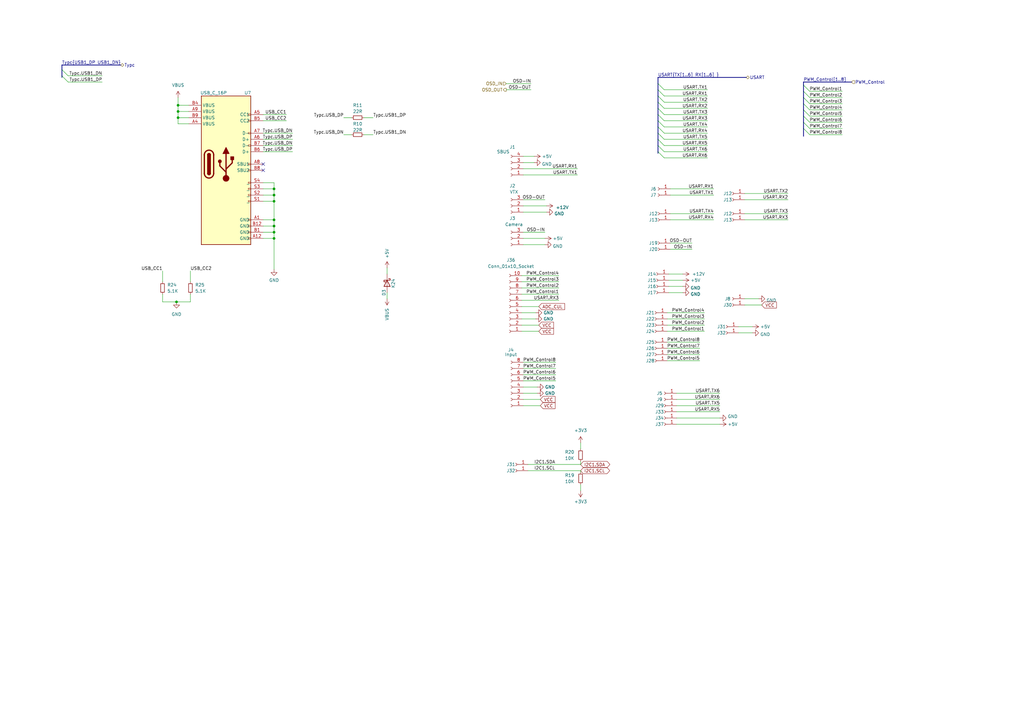
<source format=kicad_sch>
(kicad_sch (version 20230121) (generator eeschema)
  (paper "A3")
  (title_block (title "NewSkyF7-Air") (date "2023-12-01") (rev "1.0V"))
  (lib_symbols
    (symbol "Connector:Conn_01x01_Socket" (pin_names (offset 1.016) hide)
      (property "Reference" "J" (at 0 2.54 0))
      (property "Value" "Conn_01x01_Socket" (at 0 -2.54 0))
      (symbol "Conn_01x01_Socket_1_1"
        (polyline (pts (xy -1.27 0) (xy -0.508 0)) (stroke (width 0.1524)))
        (arc (start 0 0.508) (mid -0.5058 0) (end 0 -0.508) (stroke (width 0.1524)))
        (pin passive line (at -5.08 0 0) (length 3.81) (name "Pin_1") (number "1"))
      )
    )
    (symbol "Connector:Conn_01x03_Socket" (pin_names (offset 1.016) hide)
      (property "Reference" "J" (at 0 5.08 0))
      (property "Value" "Conn_01x03_Socket" (at 0 -5.08 0))
      (symbol "Conn_01x03_Socket_1_1"
        (arc (start 0 -2.032) (mid -0.5058 -2.54) (end 0 -3.048) (stroke (width 0.1524)))
        (polyline (pts (xy -1.27 -2.54) (xy -0.508 -2.54)) (stroke (width 0.1524)))
        (polyline (pts (xy -1.27 0) (xy -0.508 0)) (stroke (width 0.1524)))
        (polyline (pts (xy -1.27 2.54) (xy -0.508 2.54)) (stroke (width 0.1524)))
        (arc (start 0 0.508) (mid -0.5058 0) (end 0 -0.508) (stroke (width 0.1524)))
        (arc (start 0 3.048) (mid -0.5058 2.54) (end 0 2.032) (stroke (width 0.1524)))
        (pin passive line (at -5.08 2.54 0) (length 3.81) (name "Pin_1") (number "1"))
        (pin passive line (at -5.08 0 0) (length 3.81) (name "Pin_2") (number "2"))
        (pin passive line (at -5.08 -2.54 0) (length 3.81) (name "Pin_3") (number "3"))
      )
    )
    (symbol "Connector:Conn_01x04_Socket" (pin_names (offset 1.016) hide)
      (property "Reference" "J" (at 0 5.08 0))
      (property "Value" "Conn_01x04_Socket" (at 0 -7.62 0))
      (symbol "Conn_01x04_Socket_1_1"
        (arc (start 0 -4.572) (mid -0.5058 -5.08) (end 0 -5.588) (stroke (width 0.1524)))
        (arc (start 0 -2.032) (mid -0.5058 -2.54) (end 0 -3.048) (stroke (width 0.1524)))
        (polyline (pts (xy -1.27 -5.08) (xy -0.508 -5.08)) (stroke (width 0.1524)))
        (polyline (pts (xy -1.27 -2.54) (xy -0.508 -2.54)) (stroke (width 0.1524)))
        (polyline (pts (xy -1.27 0) (xy -0.508 0)) (stroke (width 0.1524)))
        (polyline (pts (xy -1.27 2.54) (xy -0.508 2.54)) (stroke (width 0.1524)))
        (arc (start 0 0.508) (mid -0.5058 0) (end 0 -0.508) (stroke (width 0.1524)))
        (arc (start 0 3.048) (mid -0.5058 2.54) (end 0 2.032) (stroke (width 0.1524)))
        (pin passive line (at -5.08 2.54 0) (length 3.81) (name "Pin_1") (number "1"))
        (pin passive line (at -5.08 0 0) (length 3.81) (name "Pin_2") (number "2"))
        (pin passive line (at -5.08 -2.54 0) (length 3.81) (name "Pin_3") (number "3"))
        (pin passive line (at -5.08 -5.08 0) (length 3.81) (name "Pin_4") (number "4"))
      )
    )
    (symbol "Connector:Conn_01x08_Socket" (pin_names (offset 1.016) hide)
      (property "Reference" "J" (at 0 10.16 0))
      (property "Value" "Conn_01x08_Socket" (at 0 -12.7 0))
      (symbol "Conn_01x08_Socket_1_1"
        (arc (start 0 -9.652) (mid -0.5058 -10.16) (end 0 -10.668) (stroke (width 0.1524)))
        (arc (start 0 -7.112) (mid -0.5058 -7.62) (end 0 -8.128) (stroke (width 0.1524)))
        (arc (start 0 -4.572) (mid -0.5058 -5.08) (end 0 -5.588) (stroke (width 0.1524)))
        (arc (start 0 -2.032) (mid -0.5058 -2.54) (end 0 -3.048) (stroke (width 0.1524)))
        (polyline (pts (xy -1.27 -10.16) (xy -0.508 -10.16)) (stroke (width 0.1524)))
        (polyline (pts (xy -1.27 -7.62) (xy -0.508 -7.62)) (stroke (width 0.1524)))
        (polyline (pts (xy -1.27 -5.08) (xy -0.508 -5.08)) (stroke (width 0.1524)))
        (polyline (pts (xy -1.27 -2.54) (xy -0.508 -2.54)) (stroke (width 0.1524)))
        (polyline (pts (xy -1.27 0) (xy -0.508 0)) (stroke (width 0.1524)))
        (polyline (pts (xy -1.27 2.54) (xy -0.508 2.54)) (stroke (width 0.1524)))
        (polyline (pts (xy -1.27 5.08) (xy -0.508 5.08)) (stroke (width 0.1524)))
        (polyline (pts (xy -1.27 7.62) (xy -0.508 7.62)) (stroke (width 0.1524)))
        (arc (start 0 0.508) (mid -0.5058 0) (end 0 -0.508) (stroke (width 0.1524)))
        (arc (start 0 3.048) (mid -0.5058 2.54) (end 0 2.032) (stroke (width 0.1524)))
        (arc (start 0 5.588) (mid -0.5058 5.08) (end 0 4.572) (stroke (width 0.1524)))
        (arc (start 0 8.128) (mid -0.5058 7.62) (end 0 7.112) (stroke (width 0.1524)))
        (pin passive line (at -5.08 7.62 0) (length 3.81) (name "Pin_1") (number "1"))
        (pin passive line (at -5.08 5.08 0) (length 3.81) (name "Pin_2") (number "2"))
        (pin passive line (at -5.08 2.54 0) (length 3.81) (name "Pin_3") (number "3"))
        (pin passive line (at -5.08 0 0) (length 3.81) (name "Pin_4") (number "4"))
        (pin passive line (at -5.08 -2.54 0) (length 3.81) (name "Pin_5") (number "5"))
        (pin passive line (at -5.08 -5.08 0) (length 3.81) (name "Pin_6") (number "6"))
        (pin passive line (at -5.08 -7.62 0) (length 3.81) (name "Pin_7") (number "7"))
        (pin passive line (at -5.08 -10.16 0) (length 3.81) (name "Pin_8") (number "8"))
      )
    )
    (symbol "Connector:Conn_01x10_Socket" (pin_names (offset 1.016) hide)
      (property "Reference" "J" (at 0 12.7 0))
      (property "Value" "Conn_01x10_Socket" (at 0 -15.24 0))
      (symbol "Conn_01x10_Socket_1_1"
        (arc (start 0 -12.192) (mid -0.5058 -12.7) (end 0 -13.208) (stroke (width 0.1524)))
        (arc (start 0 -9.652) (mid -0.5058 -10.16) (end 0 -10.668) (stroke (width 0.1524)))
        (arc (start 0 -7.112) (mid -0.5058 -7.62) (end 0 -8.128) (stroke (width 0.1524)))
        (arc (start 0 -4.572) (mid -0.5058 -5.08) (end 0 -5.588) (stroke (width 0.1524)))
        (arc (start 0 -2.032) (mid -0.5058 -2.54) (end 0 -3.048) (stroke (width 0.1524)))
        (polyline (pts (xy -1.27 -12.7) (xy -0.508 -12.7)) (stroke (width 0.1524)))
        (polyline (pts (xy -1.27 -10.16) (xy -0.508 -10.16)) (stroke (width 0.1524)))
        (polyline (pts (xy -1.27 -7.62) (xy -0.508 -7.62)) (stroke (width 0.1524)))
        (polyline (pts (xy -1.27 -5.08) (xy -0.508 -5.08)) (stroke (width 0.1524)))
        (polyline (pts (xy -1.27 -2.54) (xy -0.508 -2.54)) (stroke (width 0.1524)))
        (polyline (pts (xy -1.27 0) (xy -0.508 0)) (stroke (width 0.1524)))
        (polyline (pts (xy -1.27 2.54) (xy -0.508 2.54)) (stroke (width 0.1524)))
        (polyline (pts (xy -1.27 5.08) (xy -0.508 5.08)) (stroke (width 0.1524)))
        (polyline (pts (xy -1.27 7.62) (xy -0.508 7.62)) (stroke (width 0.1524)))
        (polyline (pts (xy -1.27 10.16) (xy -0.508 10.16)) (stroke (width 0.1524)))
        (arc (start 0 0.508) (mid -0.5058 0) (end 0 -0.508) (stroke (width 0.1524)))
        (arc (start 0 3.048) (mid -0.5058 2.54) (end 0 2.032) (stroke (width 0.1524)))
        (arc (start 0 5.588) (mid -0.5058 5.08) (end 0 4.572) (stroke (width 0.1524)))
        (arc (start 0 8.128) (mid -0.5058 7.62) (end 0 7.112) (stroke (width 0.1524)))
        (arc (start 0 10.668) (mid -0.5058 10.16) (end 0 9.652) (stroke (width 0.1524)))
        (pin passive line (at -5.08 10.16 0) (length 3.81) (name "Pin_1") (number "1"))
        (pin passive line (at -5.08 -12.7 0) (length 3.81) (name "Pin_10") (number "10"))
        (pin passive line (at -5.08 7.62 0) (length 3.81) (name "Pin_2") (number "2"))
        (pin passive line (at -5.08 5.08 0) (length 3.81) (name "Pin_3") (number "3"))
        (pin passive line (at -5.08 2.54 0) (length 3.81) (name "Pin_4") (number "4"))
        (pin passive line (at -5.08 0 0) (length 3.81) (name "Pin_5") (number "5"))
        (pin passive line (at -5.08 -2.54 0) (length 3.81) (name "Pin_6") (number "6"))
        (pin passive line (at -5.08 -5.08 0) (length 3.81) (name "Pin_7") (number "7"))
        (pin passive line (at -5.08 -7.62 0) (length 3.81) (name "Pin_8") (number "8"))
        (pin passive line (at -5.08 -10.16 0) (length 3.81) (name "Pin_9") (number "9"))
      )
    )
    (symbol "Device:R_Small" (pin_numbers hide) (pin_names (offset 0.254) hide)
      (property "Reference" "R" (at 0.762 0.508 0))
      (property "Value" "R_Small" (at 0.762 -1.016 0))
      (symbol "R_Small_0_1"
        (rectangle (start -0.762 1.778) (end 0.762 -1.778) (stroke (width 0.2032)))
      )
      (symbol "R_Small_1_1"
        (pin passive line (at 0 2.54 270) (length 0.762) (name "~") (number "1"))
        (pin passive line (at 0 -2.54 90) (length 0.762) (name "~") (number "2"))
      )
    )
    (symbol "Diode:1N5819WS" (pin_numbers hide) (pin_names (offset 1.016) hide)
      (property "Reference" "D" (at 0 2.54 0))
      (property "Value" "1N5819WS" (at 0 -2.54 0))
      (symbol "1N5819WS_0_1"
        (polyline (pts (xy 1.27 0) (xy -1.27 0)))
        (polyline (pts (xy 1.27 1.27) (xy 1.27 -1.27) (xy -1.27 0) (xy 1.27 1.27)) (stroke (width 0.254)))
        (polyline (pts (xy -1.905 0.635) (xy -1.905 1.27) (xy -1.27 1.27) (xy -1.27 -1.27) (xy -0.635 -1.27) (xy -0.635 -0.635)) (stroke (width 0.254)))
      )
      (symbol "1N5819WS_1_1"
        (pin passive line (at -3.81 0 0) (length 2.54) (name "K") (number "1"))
        (pin passive line (at 3.81 0 180) (length 2.54) (name "A") (number "2"))
      )
    )
    (symbol "PCM_4ms_Power-symbol:+12V" (power) (pin_names (offset 0))
      (property "Value" "+12V" (at 0 3.556 0))
      (symbol "+12V_0_1"
        (polyline (pts (xy -0.762 1.27) (xy 0 2.54)))
        (polyline (pts (xy 0 0) (xy 0 2.54)))
        (polyline (pts (xy 0 2.54) (xy 0.762 1.27)))
      )
      (symbol "+12V_1_1"
        (pin power_in line (at 0 0 90) (length 0) hide (name "+12V") (number "1"))
      )
    )
    (symbol "PCM_4ms_Power-symbol:+5V" (power) (pin_names (offset 0))
      (property "Value" "+5V" (at 0 3.556 0))
      (symbol "+5V_0_1"
        (polyline (pts (xy -0.762 1.27) (xy 0 2.54)))
        (polyline (pts (xy 0 0) (xy 0 2.54)))
        (polyline (pts (xy 0 2.54) (xy 0.762 1.27)))
      )
      (symbol "+5V_1_1"
        (pin power_in line (at 0 0 90) (length 0) hide (name "+5V") (number "1"))
      )
    )
    (symbol "PCM_4ms_Power-symbol:GND" (power) (pin_names (offset 0))
      (property "Value" "GND" (at 0 -3.81 0))
      (symbol "GND_0_1"
        (polyline (pts (xy 0 0) (xy 0 -1.27) (xy 1.27 -1.27) (xy 0 -2.54) (xy -1.27 -1.27) (xy 0 -1.27)))
      )
      (symbol "GND_1_1"
        (pin power_in line (at 0 0 270) (length 0) hide (name "GND") (number "1"))
      )
    )
    (symbol "Thorn_Library:USB_C_16P"
      (property "Reference" "U" (at -1.27 40.64 0))
      (property "Value" "USB_C_16P" (at -7.62 40.64 0))
      (symbol "USB_C_16P_0_0"
        (rectangle (start 13.97 -18.796) (end 12.954 -19.304))
        (rectangle (start 13.97 -16.256) (end 12.954 -16.764))
        (rectangle (start 13.97 -13.716) (end 12.954 -14.224))
        (rectangle (start 13.97 -11.176) (end 12.954 -11.684))
        (rectangle (start 13.97 -3.556) (end 12.954 -4.064))
        (rectangle (start 13.97 -1.016) (end 12.954 -1.524))
        (rectangle (start 13.97 1.524) (end 12.954 1.016))
        (rectangle (start 13.97 4.064) (end 12.954 3.556))
        (rectangle (start 13.97 9.144) (end 12.954 8.636))
        (rectangle (start 13.97 11.684) (end 12.954 11.176))
        (rectangle (start 13.97 19.304) (end 12.954 18.796))
        (rectangle (start 13.97 24.384) (end 12.954 23.876))
        (rectangle (start 13.97 29.464) (end 12.954 28.956))
        (rectangle (start 13.97 32.004) (end 12.954 31.496))
      )
      (symbol "USB_C_16P_0_1"
        (rectangle (start -6.35 39.37) (end 13.97 -21.59) (stroke (width 0.254)) (fill (type background)))
        (arc (start -5.08 7.62) (mid -3.175 5.7233) (end -1.27 7.62) (stroke (width 0.508)))
        (arc (start -3.81 7.62) (mid -3.175 6.9877) (end -2.54 7.62) (stroke (width 0.254)))
        (arc (start -3.81 7.62) (mid -3.175 6.9877) (end -2.54 7.62) (stroke (width 0.254)) (fill (type outline)))
        (rectangle (start -3.81 7.62) (end -2.54 15.24) (stroke (width 0.254)) (fill (type outline)))
        (arc (start -2.54 15.24) (mid -3.175 15.8723) (end -3.81 15.24) (stroke (width 0.254)))
        (arc (start -2.54 15.24) (mid -3.175 15.8723) (end -3.81 15.24) (stroke (width 0.254)) (fill (type outline)))
        (arc (start -1.27 15.24) (mid -3.175 17.1367) (end -5.08 15.24) (stroke (width 0.508)))
        (polyline (pts (xy -5.08 7.62) (xy -5.08 15.24)) (stroke (width 0.508)))
        (polyline (pts (xy -1.27 15.24) (xy -1.27 7.62)) (stroke (width 0.508)))
      )
      (symbol "USB_C_16P_1_1"
        (polyline (pts (xy 3.81 5.588) (xy 3.81 15.748)) (stroke (width 0.508)))
        (polyline (pts (xy 3.81 8.128) (xy 1.27 10.668) (xy 1.27 11.938)) (stroke (width 0.508)))
        (polyline (pts (xy 3.81 9.398) (xy 6.35 11.938) (xy 6.35 13.208)) (stroke (width 0.508)))
        (polyline (pts (xy 2.54 15.748) (xy 3.81 18.288) (xy 5.08 15.748) (xy 2.54 15.748)) (stroke (width 0.254)) (fill (type outline)))
        (circle (center 1.27 12.573) (radius 0.635) (stroke (width 0.254)) (fill (type outline)))
        (circle (center 3.81 5.588) (radius 1.27) (fill (type outline)))
        (rectangle (start 5.715 13.208) (end 6.985 14.478) (stroke (width 0.254)) (fill (type outline)))
        (pin passive line (at 19.05 -11.43 180) (length 5.08) (name "GND") (number "A1"))
        (pin passive line (at 19.05 -19.05 180) (length 5.08) (name "GND") (number "A12"))
        (pin passive line (at -11.43 27.94 0) (length 5.08) (name "VBUS") (number "A4"))
        (pin bidirectional line (at 19.05 31.75 180) (length 5.08) (name "CC1") (number "A5"))
        (pin bidirectional line (at 19.05 21.59 180) (length 5.08) (name "D+") (number "A6"))
        (pin bidirectional line (at 19.05 24.13 180) (length 5.08) (name "D-") (number "A7"))
        (pin bidirectional line (at 19.05 11.43 180) (length 5.08) (name "SBU1") (number "A8"))
        (pin passive line (at -11.43 33.02 0) (length 5.08) (name "VBUS") (number "A9"))
        (pin passive line (at 19.05 -16.51 180) (length 5.08) (name "GND") (number "B1"))
        (pin passive line (at 19.05 -13.97 180) (length 5.08) (name "GND") (number "B12"))
        (pin passive line (at -11.43 35.56 0) (length 5.08) (name "VBUS") (number "B4"))
        (pin bidirectional line (at 19.05 29.21 180) (length 5.08) (name "CC2") (number "B5"))
        (pin bidirectional line (at 19.05 16.51 180) (length 5.08) (name "D+") (number "B6"))
        (pin bidirectional line (at 19.05 19.05 180) (length 5.08) (name "D-") (number "B7"))
        (pin bidirectional line (at 19.05 8.89 180) (length 5.08) (name "SBU2") (number "B8"))
        (pin passive line (at -11.43 30.48 0) (length 5.08) (name "VBUS") (number "B9"))
        (pin passive line (at 19.05 -3.81 180) (length 5.08) (name "_") (number "S1"))
        (pin passive line (at 19.05 -1.27 180) (length 5.08) (name "_") (number "S2"))
        (pin passive line (at 19.05 1.27 180) (length 5.08) (name "_") (number "S3"))
        (pin passive line (at 19.05 3.81 180) (length 5.08) (name "_") (number "S4"))
      )
    )
    (symbol "power:+3V3" (power) (pin_names (offset 0))
      (property "Value" "+3V3" (at 0 3.556 0))
      (symbol "+3V3_0_1"
        (polyline (pts (xy -0.762 1.27) (xy 0 2.54)))
        (polyline (pts (xy 0 0) (xy 0 2.54)))
        (polyline (pts (xy 0 2.54) (xy 0.762 1.27)))
      )
      (symbol "+3V3_1_1"
        (pin power_in line (at 0 0 90) (length 0) hide (name "+3V3") (number "1"))
      )
    )
    (symbol "power:+5V" (power) (pin_names (offset 0))
      (property "Value" "+5V" (at 0 3.556 0))
      (symbol "+5V_0_1"
        (polyline (pts (xy -0.762 1.27) (xy 0 2.54)))
        (polyline (pts (xy 0 0) (xy 0 2.54)))
        (polyline (pts (xy 0 2.54) (xy 0.762 1.27)))
      )
      (symbol "+5V_1_1"
        (pin power_in line (at 0 0 90) (length 0) hide (name "+5V") (number "1"))
      )
    )
    (symbol "power:GND" (power) (pin_names (offset 0))
      (property "Value" "GND" (at 0 -3.81 0))
      (symbol "GND_0_1"
        (polyline (pts (xy 0 0) (xy 0 -1.27) (xy 1.27 -1.27) (xy 0 -2.54) (xy -1.27 -1.27) (xy 0 -1.27)))
      )
      (symbol "GND_1_1"
        (pin power_in line (at 0 0 270) (length 0) hide (name "GND") (number "1"))
      )
    )
    (symbol "power:VBUS" (power) (pin_names (offset 0))
      (property "Value" "VBUS" (at 0 3.81 0))
      (symbol "VBUS_0_1"
        (polyline (pts (xy -0.762 1.27) (xy 0 2.54)))
        (polyline (pts (xy 0 0) (xy 0 2.54)))
        (polyline (pts (xy 0 2.54) (xy 0.762 1.27)))
      )
      (symbol "VBUS_1_1"
        (pin power_in line (at 0 0 90) (length 0) hide (name "VBUS") (number "1"))
      )
    )
  )
  (junction (at 72.39 123.825))
  (junction (at 112.395 95.25))
  (junction (at 112.395 82.55))
  (junction (at 112.395 97.79))
  (junction (at 112.395 92.71))
  (junction (at 73.025 48.26))
  (junction (at 73.025 43.18))
  (junction (at 112.395 80.01))
  (junction (at 112.395 77.47))
  (junction (at 112.395 90.17))
  (junction (at 73.025 45.72))
  (no_connect (at 107.95 67.31))
  (no_connect (at 107.95 69.85))
  (bus_entry (at 269.875 46.99) (size 2.54 2.54))
  (bus_entry (at 269.875 62.23) (size 2.54 2.54))
  (bus_entry (at 269.875 44.45) (size 2.54 2.54))
  (bus_entry (at 329.565 50.165) (size 2.54 2.54))
  (bus_entry (at 25.4 31.115) (size 2.54 2.54))
  (bus_entry (at 329.565 37.465) (size 2.54 2.54))
  (bus_entry (at 269.875 49.53) (size 2.54 2.54))
  (bus_entry (at 329.565 52.705) (size 2.54 2.54))
  (bus_entry (at 269.875 41.91) (size 2.54 2.54))
  (bus_entry (at 329.565 34.925) (size 2.54 2.54))
  (bus_entry (at 269.875 34.29) (size 2.54 2.54))
  (bus_entry (at 329.565 47.625) (size 2.54 2.54))
  (bus_entry (at 269.875 54.61) (size 2.54 2.54))
  (bus_entry (at 329.565 40.005) (size 2.54 2.54))
  (bus_entry (at 269.875 52.07) (size 2.54 2.54))
  (bus_entry (at 329.565 45.085) (size 2.54 2.54))
  (bus_entry (at 329.565 42.545) (size 2.54 2.54))
  (bus_entry (at 269.875 36.83) (size 2.54 2.54))
  (bus_entry (at 269.875 39.37) (size 2.54 2.54))
  (bus_entry (at 269.875 57.15) (size 2.54 2.54))
  (bus_entry (at 269.875 59.69) (size 2.54 2.54))
  (bus_entry (at 25.4 28.575) (size 2.54 2.54))
  (bus (pts (xy 25.4 28.575) (xy 25.4 31.115)))
  (bus (pts (xy 329.565 50.165) (xy 329.565 52.705)))
  (wire (pts (xy 213.995 133.35) (xy 220.98 133.35)))
  (wire (pts (xy 238.125 181.61) (xy 238.125 184.15)))
  (wire (pts (xy 27.94 33.655) (xy 41.91 33.655)))
  (wire (pts (xy 223.52 95.25) (xy 214.63 95.25)))
  (wire (pts (xy 112.395 82.55) (xy 112.395 90.17)))
  (wire (pts (xy 272.415 62.23) (xy 290.195 62.23)))
  (wire (pts (xy 273.685 130.81) (xy 288.925 130.81)))
  (wire (pts (xy 77.47 45.72) (xy 73.025 45.72)))
  (bus (pts (xy 25.4 26.67) (xy 25.4 28.575)))
  (wire (pts (xy 238.125 193.04) (xy 238.125 193.675)))
  (wire (pts (xy 332.105 50.165) (xy 345.44 50.165)))
  (wire (pts (xy 73.025 40.005) (xy 73.025 43.18)))
  (bus (pts (xy 269.875 46.99) (xy 269.875 49.53)))
  (wire (pts (xy 272.415 57.15) (xy 290.195 57.15)))
  (wire (pts (xy 107.95 82.55) (xy 112.395 82.55)))
  (wire (pts (xy 219.075 66.675) (xy 214.63 66.675)))
  (wire (pts (xy 287.02 145.415) (xy 273.685 145.415)))
  (bus (pts (xy 329.565 33.655) (xy 349.25 33.655)))
  (wire (pts (xy 277.495 166.37) (xy 295.275 166.37)))
  (wire (pts (xy 302.895 133.985) (xy 308.61 133.985)))
  (wire (pts (xy 213.995 113.03) (xy 229.235 113.03)))
  (wire (pts (xy 295.275 171.45) (xy 277.495 171.45)))
  (wire (pts (xy 107.95 80.01) (xy 112.395 80.01)))
  (bus (pts (xy 329.565 42.545) (xy 329.565 45.085)))
  (wire (pts (xy 140.97 55.245) (xy 144.145 55.245)))
  (wire (pts (xy 219.71 130.81) (xy 213.995 130.81)))
  (wire (pts (xy 272.415 36.83) (xy 290.195 36.83)))
  (bus (pts (xy 329.565 40.005) (xy 329.565 42.545)))
  (wire (pts (xy 308.61 136.525) (xy 302.895 136.525)))
  (wire (pts (xy 273.685 135.89) (xy 288.925 135.89)))
  (wire (pts (xy 207.645 34.29) (xy 217.805 34.29)))
  (wire (pts (xy 272.415 52.07) (xy 290.195 52.07)))
  (wire (pts (xy 274.955 77.47) (xy 292.735 77.47)))
  (wire (pts (xy 112.395 92.71) (xy 112.395 95.25)))
  (wire (pts (xy 332.105 52.705) (xy 345.44 52.705)))
  (wire (pts (xy 214.63 71.755) (xy 236.855 71.755)))
  (wire (pts (xy 274.955 80.01) (xy 292.735 80.01)))
  (wire (pts (xy 219.71 128.27) (xy 213.995 128.27)))
  (wire (pts (xy 107.95 74.93) (xy 112.395 74.93)))
  (wire (pts (xy 107.95 46.99) (xy 117.475 46.99)))
  (wire (pts (xy 305.435 79.375) (xy 323.215 79.375)))
  (wire (pts (xy 66.675 120.65) (xy 66.675 123.825)))
  (wire (pts (xy 78.105 120.65) (xy 78.105 123.825)))
  (wire (pts (xy 214.63 84.455) (xy 224.155 84.455)))
  (wire (pts (xy 332.105 55.245) (xy 345.44 55.245)))
  (wire (pts (xy 272.415 59.69) (xy 290.195 59.69)))
  (wire (pts (xy 305.435 87.63) (xy 323.215 87.63)))
  (wire (pts (xy 72.39 123.825) (xy 78.105 123.825)))
  (bus (pts (xy 269.875 36.83) (xy 269.875 39.37)))
  (wire (pts (xy 277.495 168.91) (xy 295.275 168.91)))
  (wire (pts (xy 223.52 81.915) (xy 214.63 81.915)))
  (wire (pts (xy 287.02 142.875) (xy 273.685 142.875)))
  (wire (pts (xy 272.415 39.37) (xy 290.195 39.37)))
  (wire (pts (xy 107.95 49.53) (xy 117.475 49.53)))
  (wire (pts (xy 214.63 69.215) (xy 236.855 69.215)))
  (wire (pts (xy 107.95 90.17) (xy 112.395 90.17)))
  (wire (pts (xy 140.97 48.26) (xy 144.145 48.26)))
  (wire (pts (xy 274.955 90.17) (xy 292.735 90.17)))
  (wire (pts (xy 216.535 193.04) (xy 238.125 193.04)))
  (bus (pts (xy 269.875 54.61) (xy 269.875 57.15)))
  (wire (pts (xy 107.95 57.15) (xy 120.015 57.15)))
  (wire (pts (xy 273.685 133.35) (xy 288.925 133.35)))
  (wire (pts (xy 220.345 161.29) (xy 214.63 161.29)))
  (wire (pts (xy 214.63 97.79) (xy 223.52 97.79)))
  (wire (pts (xy 153.035 55.245) (xy 149.225 55.245)))
  (wire (pts (xy 213.995 120.65) (xy 229.235 120.65)))
  (wire (pts (xy 238.125 198.755) (xy 238.125 201.295)))
  (wire (pts (xy 272.415 44.45) (xy 290.195 44.45)))
  (wire (pts (xy 77.47 43.18) (xy 73.025 43.18)))
  (wire (pts (xy 277.495 161.29) (xy 295.275 161.29)))
  (wire (pts (xy 73.025 48.26) (xy 77.47 48.26)))
  (wire (pts (xy 107.95 54.61) (xy 120.015 54.61)))
  (wire (pts (xy 223.52 100.33) (xy 214.63 100.33)))
  (bus (pts (xy 269.875 41.91) (xy 269.875 44.45)))
  (wire (pts (xy 158.75 109.855) (xy 158.75 112.395)))
  (wire (pts (xy 227.965 156.21) (xy 214.63 156.21)))
  (bus (pts (xy 269.875 57.15) (xy 269.875 59.69)))
  (wire (pts (xy 229.235 123.19) (xy 213.995 123.19)))
  (wire (pts (xy 227.965 148.59) (xy 214.63 148.59)))
  (wire (pts (xy 287.02 140.335) (xy 273.685 140.335)))
  (bus (pts (xy 25.4 26.67) (xy 49.53 26.67)))
  (wire (pts (xy 112.395 90.17) (xy 112.395 92.71)))
  (wire (pts (xy 332.105 37.465) (xy 345.44 37.465)))
  (wire (pts (xy 272.415 49.53) (xy 290.195 49.53)))
  (bus (pts (xy 269.875 49.53) (xy 269.875 52.07)))
  (wire (pts (xy 107.95 62.23) (xy 120.015 62.23)))
  (bus (pts (xy 329.565 33.655) (xy 329.565 34.925)))
  (bus (pts (xy 269.875 34.29) (xy 269.875 36.83)))
  (wire (pts (xy 332.105 45.085) (xy 345.44 45.085)))
  (wire (pts (xy 214.63 64.135) (xy 219.075 64.135)))
  (wire (pts (xy 213.995 118.11) (xy 229.235 118.11)))
  (bus (pts (xy 269.875 39.37) (xy 269.875 41.91)))
  (wire (pts (xy 305.435 81.915) (xy 323.215 81.915)))
  (bus (pts (xy 269.875 52.07) (xy 269.875 54.61)))
  (wire (pts (xy 272.415 64.77) (xy 290.195 64.77)))
  (wire (pts (xy 283.845 102.235) (xy 274.955 102.235)))
  (bus (pts (xy 329.565 47.625) (xy 329.565 50.165)))
  (bus (pts (xy 25.4 31.115) (xy 25.4 31.75)))
  (bus (pts (xy 269.875 62.23) (xy 269.875 62.865)))
  (wire (pts (xy 73.025 48.26) (xy 73.025 50.8)))
  (wire (pts (xy 66.675 123.825) (xy 72.39 123.825)))
  (wire (pts (xy 277.495 163.83) (xy 295.275 163.83)))
  (wire (pts (xy 216.535 190.5) (xy 238.125 190.5)))
  (wire (pts (xy 27.94 31.115) (xy 41.91 31.115)))
  (wire (pts (xy 311.15 122.555) (xy 305.435 122.555)))
  (wire (pts (xy 272.415 46.99) (xy 290.195 46.99)))
  (wire (pts (xy 66.675 111.125) (xy 66.675 115.57)))
  (bus (pts (xy 269.875 44.45) (xy 269.875 46.99)))
  (wire (pts (xy 220.98 125.73) (xy 213.995 125.73)))
  (wire (pts (xy 238.125 190.5) (xy 238.125 189.23)))
  (wire (pts (xy 272.415 41.91) (xy 290.195 41.91)))
  (wire (pts (xy 107.95 59.69) (xy 120.015 59.69)))
  (wire (pts (xy 287.02 147.955) (xy 273.685 147.955)))
  (wire (pts (xy 283.845 99.695) (xy 274.955 99.695)))
  (wire (pts (xy 273.685 128.27) (xy 288.925 128.27)))
  (wire (pts (xy 220.345 158.75) (xy 214.63 158.75)))
  (wire (pts (xy 227.965 151.13) (xy 214.63 151.13)))
  (wire (pts (xy 214.63 166.37) (xy 221.615 166.37)))
  (bus (pts (xy 269.875 31.75) (xy 269.875 34.29)))
  (wire (pts (xy 305.435 125.095) (xy 312.42 125.095)))
  (bus (pts (xy 269.875 59.69) (xy 269.875 62.23)))
  (wire (pts (xy 107.95 77.47) (xy 112.395 77.47)))
  (wire (pts (xy 213.995 115.57) (xy 229.235 115.57)))
  (wire (pts (xy 213.995 135.89) (xy 220.98 135.89)))
  (wire (pts (xy 224.155 86.995) (xy 214.63 86.995)))
  (bus (pts (xy 329.565 52.705) (xy 329.565 55.88)))
  (wire (pts (xy 207.645 36.83) (xy 217.805 36.83)))
  (wire (pts (xy 227.965 153.67) (xy 214.63 153.67)))
  (wire (pts (xy 112.395 77.47) (xy 112.395 80.01)))
  (wire (pts (xy 158.75 120.015) (xy 158.75 122.555)))
  (wire (pts (xy 332.105 42.545) (xy 345.44 42.545)))
  (wire (pts (xy 332.105 40.005) (xy 345.44 40.005)))
  (wire (pts (xy 153.035 48.26) (xy 149.225 48.26)))
  (bus (pts (xy 329.565 45.085) (xy 329.565 47.625)))
  (wire (pts (xy 112.395 97.79) (xy 112.395 110.49)))
  (wire (pts (xy 78.105 111.125) (xy 78.105 115.57)))
  (bus (pts (xy 329.565 34.925) (xy 329.565 37.465)))
  (wire (pts (xy 73.025 45.72) (xy 73.025 48.26)))
  (wire (pts (xy 112.395 95.25) (xy 112.395 97.79)))
  (wire (pts (xy 73.025 43.18) (xy 73.025 45.72)))
  (wire (pts (xy 112.395 80.01) (xy 112.395 82.55)))
  (wire (pts (xy 305.435 90.17) (xy 323.215 90.17)))
  (bus (pts (xy 329.565 37.465) (xy 329.565 40.005)))
  (wire (pts (xy 277.495 173.99) (xy 295.275 173.99)))
  (wire (pts (xy 107.95 92.71) (xy 112.395 92.71)))
  (wire (pts (xy 107.95 97.79) (xy 112.395 97.79)))
  (wire (pts (xy 274.32 114.935) (xy 280.035 114.935)))
  (wire (pts (xy 332.105 47.625) (xy 345.44 47.625)))
  (wire (pts (xy 274.32 112.395) (xy 280.035 112.395)))
  (wire (pts (xy 107.95 95.25) (xy 112.395 95.25)))
  (wire (pts (xy 112.395 74.93) (xy 112.395 77.47)))
  (wire (pts (xy 214.63 163.83) (xy 221.615 163.83)))
  (wire (pts (xy 280.035 120.015) (xy 274.32 120.015)))
  (wire (pts (xy 280.035 117.475) (xy 274.32 117.475)))
  (wire (pts (xy 274.955 87.63) (xy 292.735 87.63)))
  (wire (pts (xy 77.47 50.8) (xy 73.025 50.8)))
  (bus (pts (xy 269.875 31.75) (xy 306.07 31.75)))
  (wire (pts (xy 272.415 54.61) (xy 290.195 54.61)))
  (label "USB_CC1" (at 66.675 111.125 180))
  (label "PWM_Control4" (at 229.235 113.03 180))
  (label "OSD-IN" (at 283.845 102.235 180))
  (label "PWM_Control8" (at 227.965 148.59 180))
  (label "USART.TX6" (at 290.195 62.23 180))
  (label "OSD-IN" (at 217.805 34.29 180))
  (label "PWM_Control2" (at 229.235 118.11 180))
  (label "OSD-IN" (at 223.52 95.25 180))
  (label "PWM_Control7" (at 227.965 151.13 180))
  (label "PWM_Control5" (at 345.44 47.625 180))
  (label "I2C1.SDA" (at 219.075 190.5 0))
  (label "PWM_Control6" (at 345.44 50.165 180))
  (label "USART.RX1" (at 236.855 69.215 180))
  (label "USART.RX3" (at 323.215 90.17 180))
  (label "USART.TX6" (at 295.275 161.29 180))
  (label "PWM_Control7" (at 287.02 142.875 180))
  (label "Typc.USB_DP" (at 140.97 48.26 180))
  (label "Typc.USB_DP" (at 120.015 62.23 180))
  (label "PWM_Control3" (at 229.235 115.57 180))
  (label "PWM_Control1" (at 345.44 37.465 180))
  (label "USART.RX6" (at 290.195 64.77 180))
  (label "USART.RX3" (at 290.195 49.53 180))
  (label "USART.RX5" (at 295.275 168.91 180))
  (label "Typc{USB1_DP USB1_DN}" (at 25.4 26.67 0))
  (label "USART.RX2" (at 290.195 44.45 180))
  (label "USB_CC2" (at 78.105 111.125 0))
  (label "OSD-OUT" (at 283.845 99.695 180))
  (label "Typc.USB1_DN" (at 153.035 55.245 0))
  (label "USART.TX3" (at 290.195 46.99 180))
  (label "USART.RX4" (at 292.735 90.17 180))
  (label "PWM_Control2" (at 345.44 40.005 180))
  (label "USART{TX[1..6] RX[1..6] }" (at 269.875 31.75 0))
  (label "PWM_Control4" (at 345.44 45.085 180))
  (label "OSD-OUT" (at 223.52 81.915 180))
  (label "USART.TX1" (at 290.195 36.83 180))
  (label "PWM_Control[1..8]" (at 329.565 33.655 0))
  (label "Typc.USB_DN" (at 120.015 54.61 180))
  (label "PWM_Control1" (at 229.235 120.65 180))
  (label "USART.RX1" (at 290.195 39.37 180))
  (label "USART.TX1" (at 236.855 71.755 180))
  (label "PWM_Control5" (at 287.02 147.955 180))
  (label "USART.TX5" (at 290.195 57.15 180))
  (label "Typc.USB1_DN" (at 41.91 31.115 180))
  (label "USART.TX3" (at 323.215 87.63 180))
  (label "PWM_Control6" (at 287.02 145.415 180))
  (label "Typc.USB1_DP" (at 41.91 33.655 180))
  (label "USART.TX2" (at 290.195 41.91 180))
  (label "USB_CC2" (at 117.475 49.53 180))
  (label "PWM_Control8" (at 287.02 140.335 180))
  (label "PWM_Control3" (at 288.925 130.81 180))
  (label "USART.TX4" (at 292.735 87.63 180))
  (label "PWM_Control4" (at 288.925 128.27 180))
  (label "OSD-OUT" (at 217.805 36.83 180))
  (label "USART.RX2" (at 323.215 81.915 180))
  (label "USART.RX4" (at 290.195 54.61 180))
  (label "PWM_Control5" (at 227.965 156.21 180))
  (label "USART.TX5" (at 295.275 166.37 180))
  (label "Typc.USB_DN" (at 120.015 59.69 180))
  (label "USART.TX2" (at 323.215 79.375 180))
  (label "USART.RX3" (at 229.235 123.19 180))
  (label "PWM_Control6" (at 227.965 153.67 180))
  (label "PWM_Control3" (at 345.44 42.545 180))
  (label "PWM_Control7" (at 345.44 52.705 180))
  (label "USB_CC1" (at 117.475 46.99 180))
  (label "Typc.USB_DN" (at 140.97 55.245 180))
  (label "I2C1.SCL" (at 219.075 193.04 0))
  (label "USART.TX1" (at 292.735 80.01 180))
  (label "USART.RX6" (at 295.275 163.83 180))
  (label "USART.RX5" (at 290.195 59.69 180))
  (label "Typc.USB1_DP" (at 153.035 48.26 0))
  (label "USART.TX4" (at 290.195 52.07 180))
  (label "PWM_Control1" (at 288.925 135.89 180))
  (label "PWM_Control8" (at 345.44 55.245 180))
  (label "USART.RX1" (at 292.735 77.47 180))
  (label "Typc.USB_DP" (at 120.015 57.15 180))
  (label "PWM_Control2" (at 288.925 133.35 180))
  (global_label "I2C1.SCL" (shape bidirectional) (at 238.125 193.04 0) (property "Intersheetrefs" "${INTERSHEET_REFS}" (effects hide)))
  (global_label "ADC_CUL" (shape input) (at 220.98 125.73 0) (property "Intersheetrefs" "${INTERSHEET_REFS}" (effects hide)))
  (global_label "I2C1.SDA" (shape bidirectional) (at 238.125 190.5 0) (property "Intersheetrefs" "${INTERSHEET_REFS}" (effects hide)))
  (global_label "VCC" (shape input) (at 221.615 166.37 0) (property "Intersheetrefs" "${INTERSHEET_REFS}" (effects hide)))
  (global_label "VCC" (shape input) (at 221.615 163.83 0) (property "Intersheetrefs" "${INTERSHEET_REFS}" (effects hide)))
  (global_label "VCC" (shape input) (at 312.42 125.095 0) (property "Intersheetrefs" "${INTERSHEET_REFS}" (effects hide)))
  (global_label "VCC" (shape input) (at 220.98 135.89 0) (property "Intersheetrefs" "${INTERSHEET_REFS}" (effects hide)))
  (global_label "VCC" (shape input) (at 220.98 133.35 0) (property "Intersheetrefs" "${INTERSHEET_REFS}" (effects hide)))
  (hierarchical_label "OSD_OUT" (shape output) (at 207.645 36.83 180))
  (hierarchical_label "USART" (shape bidirectional) (at 306.07 31.75 0))
  (hierarchical_label "OSD_IN" (shape input) (at 207.645 34.29 180))
  (hierarchical_label "Typc" (shape bidirectional) (at 49.53 26.67 0))
  (hierarchical_label "PWM_Control" (shape input) (at 349.25 33.655 0))
  (symbol (lib_id "Connector:Conn_01x03_Socket") (at 209.55 97.79 180) (unit 1)
    (property "Reference" "J3" (at 210.185 89.535 0))
    (property "Value" "Camera" (at 210.82 92.075 0))
    (property "Footprint" "Power_System:JST_SM03B-SRSS-TB(LF)(SN)" (effects hide))
  )
  (symbol (lib_id "Device:R_Small") (at 146.685 55.245 90) (unit 1)
    (property "Reference" "R10" (at 146.685 50.8 90))
    (property "Value" "22R" (at 146.685 53.34 90))
    (property "Footprint" "Resistor_SMD:R_0402_1005Metric" (effects hide))
    (instances (project "STM32F745" (path "" (reference "R10") (unit 1))) (project "STM32F446" (path "" (reference "R19") (unit 1))) (project "NewSkyF7-Air" (path "" (reference "R25") (unit 1))))
  )
  (symbol (lib_id "Connector:Conn_01x01_Socket") (at 268.605 133.35 180) (unit 1)
    (property "Reference" "J23" (at 266.7 133.35 0))
    (property "Value" "Conn_01x01_Socket" (effects hide))
    (property "Footprint" "Power_System:Test" (effects hide))
    (instances (project "STM32F745" (path "" (reference "J23") (unit 1))) (project "NewSkyF7-Air" (path "" (reference "J13") (unit 1))))
  )
  (symbol (lib_id "power:GND") (at 72.39 123.825 0) (unit 1)
    (property "Reference" "#PWR061" (effects hide))
    (property "Value" "GND" (at 72.39 128.905 0))
    (instances (project "STM32F745" (path "" (reference "#PWR061") (unit 1))) (project "STM32F446" (path "" (reference "#PWR0138") (unit 1))) (project "NewSkyF7-Air" (path "" (reference "#PWR041") (unit 1))))
  )
  (symbol (lib_id "Connector:Conn_01x01_Socket") (at 300.355 87.63 180) (unit 1)
    (property "Reference" "J12" (at 298.45 87.63 0))
    (property "Value" "Conn_01x01_Socket" (effects hide))
    (property "Footprint" "Power_System:Test" (effects hide))
    (instances (project "STM32F745" (path "" (reference "J12") (unit 1))) (project "NewSkyF7-Air" (path "" (reference "J37") (unit 1))))
  )
  (symbol (lib_id "PCM_4ms_Power-symbol:GND") (at 308.61 136.525 90) (unit 1)
    (property "Reference" "#PWR0113" (effects hide))
    (property "Value" "GND" (at 311.785 137.16 90) (effects (justify right)))
    (instances (project "STM32F745" (path "" (reference "#PWR0113") (unit 1))) (project "NewSkyF7-Air" (path "" (reference "#PWR065") (unit 1))))
  )
  (symbol (lib_id "Connector:Conn_01x04_Socket") (at 209.55 69.215 180) (unit 1)
    (property "Reference" "J1" (at 210.185 60.325 0))
    (property "Value" "SBUS" (at 206.375 62.23 0))
    (property "Footprint" "Power_System:JST_SM04B-SRSS-TB(LF)(SN)" (effects hide))
  )
  (symbol (lib_id "power:VBUS") (at 158.75 122.555 180) (unit 1)
    (property "Reference" "#PWR0112" (effects hide))
    (property "Value" "VBUS" (at 158.7501 126.365 90) (effects (justify left)))
    (instances (project "STM32F745" (path "" (reference "#PWR0112") (unit 1))) (project "STM32F446RC" (path "" (reference "#PWR0132") (unit 1))) (project "NewSkyF7-Air" (path "" (reference "#PWR047") (unit 1))))
  )
  (symbol (lib_id "Connector:Conn_01x01_Socket") (at 269.24 120.015 180) (unit 1)
    (property "Reference" "J17" (at 267.335 120.015 0))
    (property "Value" "Conn_01x01_Socket" (effects hide))
    (property "Footprint" "Power_System:Test" (effects hide))
    (instances (project "STM32F745" (path "" (reference "J17") (unit 1))) (project "NewSkyF7-Air" (path "" (reference "J22") (unit 1))))
  )
  (symbol (lib_id "Connector:Conn_01x01_Socket") (at 300.355 125.095 180) (unit 1)
    (property "Reference" "J30" (at 298.45 125.095 0))
    (property "Value" "Conn_01x01_Socket" (effects hide))
    (property "Footprint" "Power_System:Test" (effects hide))
    (instances (project "STM32F745" (path "" (reference "J30") (unit 1))) (project "NewSkyF7-Air" (path "" (reference "J34") (unit 1))))
  )
  (symbol (lib_id "Connector:Conn_01x01_Socket") (at 269.875 102.235 180) (unit 1)
    (property "Reference" "J20" (at 267.97 102.235 0))
    (property "Value" "Conn_01x01_Socket" (effects hide))
    (property "Footprint" "Power_System:Test" (effects hide))
    (instances (project "STM32F745" (path "" (reference "J20") (unit 1))) (project "NewSkyF7-Air" (path "" (reference "J28") (unit 1))))
  )
  (symbol (lib_id "Connector:Conn_01x01_Socket") (at 300.355 122.555 180) (unit 1)
    (property "Reference" "J8" (at 298.45 122.555 0))
    (property "Value" "Conn_01x01_Socket" (effects hide))
    (property "Footprint" "Power_System:Test" (effects hide))
    (instances (project "STM32F745" (path "" (reference "J8") (unit 1))) (project "NewSkyF7-Air" (path "" (reference "J33") (unit 1))))
  )
  (symbol (lib_id "PCM_4ms_Power-symbol:+12V") (at 224.155 84.455 270) (unit 1)
    (property "Reference" "#PWR030" (effects hide))
    (property "Value" "+12V" (at 227.965 85.09 90) (effects (justify left)))
    (instances (project "STM32F745" (path "" (reference "#PWR030") (unit 1))) (project "NewSkyF7-Air" (path "" (reference "#PWR040") (unit 1))))
  )
  (symbol (lib_id "Connector:Conn_01x01_Socket") (at 272.415 171.45 180) (unit 1)
    (property "Reference" "J34" (at 270.51 171.45 0))
    (property "Value" "Conn_01x01_Socket" (effects hide))
    (property "Footprint" "Power_System:Test" (effects hide))
    (instances (project "STM32F745" (path "" (reference "J34") (unit 1))) (project "NewSkyF7-Air" (path "" (reference "J9") (unit 1))))
  )
  (symbol (lib_id "Connector:Conn_01x01_Socket") (at 300.355 81.915 180) (unit 1)
    (property "Reference" "J13" (at 298.45 81.915 0))
    (property "Value" "Conn_01x01_Socket" (effects hide))
    (property "Footprint" "Power_System:Test" (effects hide))
    (instances (project "STM32F745" (path "" (reference "J13") (unit 1))) (project "NewSkyF7-Air" (path "" (reference "J40") (unit 1))))
  )
  (symbol (lib_id "Connector:Conn_01x01_Socket") (at 269.24 114.935 180) (unit 1)
    (property "Reference" "J15" (at 267.335 114.935 0))
    (property "Value" "Conn_01x01_Socket" (effects hide))
    (property "Footprint" "Power_System:Test" (effects hide))
    (instances (project "STM32F745" (path "" (reference "J15") (unit 1))) (project "NewSkyF7-Air" (path "" (reference "J20") (unit 1))))
  )
  (symbol (lib_id "PCM_4ms_Power-symbol:GND") (at 223.52 100.33 90) (unit 1)
    (property "Reference" "#PWR059" (effects hide))
    (property "Value" "GND" (at 226.695 100.965 90) (effects (justify right)))
    (instances (project "STM32F745" (path "" (reference "#PWR059") (unit 1))) (project "NewSkyF7-Air" (path "" (reference "#PWR042") (unit 1))))
  )
  (symbol (lib_id "power:+5V") (at 158.75 109.855 0) (unit 1)
    (property "Reference" "#PWR0111" (effects hide))
    (property "Value" "+5V" (at 158.7501 106.045 90) (effects (justify left)))
    (instances (project "STM32F745" (path "" (reference "#PWR0111") (unit 1))) (project "STM32F446RC" (path "" (reference "#PWR0131") (unit 1))) (project "NewSkyF7-Air" (path "" (reference "#PWR046") (unit 1))))
  )
  (symbol (lib_id "Connector:Conn_01x01_Socket") (at 269.875 80.01 180) (unit 1)
    (property "Reference" "J7" (at 267.97 80.01 0))
    (property "Value" "Conn_01x01_Socket" (effects hide))
    (property "Footprint" "Power_System:Test" (effects hide))
    (instances (project "STM32F745" (path "" (reference "J7") (unit 1))) (project "NewSkyF7-Air" (path "" (reference "J24") (unit 1))))
  )
  (symbol (lib_id "PCM_4ms_Power-symbol:GND") (at 311.15 122.555 90) (unit 1)
    (property "Reference" "#PWR013" (effects hide))
    (property "Value" "GND" (at 314.325 123.19 90) (effects (justify right)))
    (instances (project "STM32F745" (path "" (reference "#PWR013") (unit 1))) (project "NewSkyF7-Air" (path "" (reference "#PWR068") (unit 1))))
  )
  (symbol (lib_id "Device:R_Small") (at 238.125 196.215 0) (mirror y) (unit 1)
    (property "Reference" "R19" (at 235.585 194.945 0) (effects (justify left)))
    (property "Value" "10K" (at 235.585 197.485 0) (effects (justify left)))
    (property "Footprint" "Resistor_SMD:R_0402_1005Metric" (effects hide))
    (instances (project "STM32F745" (path "" (reference "R19") (unit 1))) (project "NewSkyF7-Air" (path "" (reference "R30") (unit 1)) (path "" (reference "R35") (unit 1)) (path "" (reference "R35") (unit 1))))
  )
  (symbol (lib_id "Connector:Conn_01x01_Socket") (at 300.355 90.17 180) (unit 1)
    (property "Reference" "J13" (at 298.45 90.17 0))
    (property "Value" "Conn_01x01_Socket" (effects hide))
    (property "Footprint" "Power_System:Test" (effects hide))
    (instances (project "STM32F745" (path "" (reference "J13") (unit 1))) (project "NewSkyF7-Air" (path "" (reference "J38") (unit 1))))
  )
  (symbol (lib_id "Connector:Conn_01x01_Socket") (at 269.875 77.47 180) (unit 1)
    (property "Reference" "J6" (at 267.97 77.47 0))
    (property "Value" "Conn_01x01_Socket" (effects hide))
    (property "Footprint" "Power_System:Test" (effects hide))
    (instances (project "STM32F745" (path "" (reference "J6") (unit 1))) (project "NewSkyF7-Air" (path "" (reference "J23") (unit 1))))
  )
  (symbol (lib_id "PCM_4ms_Power-symbol:GND") (at 219.71 128.27 90) (unit 1)
    (property "Reference" "#PWR092" (effects hide))
    (property "Value" "GND" (at 222.885 128.27 90) (effects (justify right)))
    (instances (project "STM32F745" (path "" (reference "#PWR092") (unit 1))) (project "NewSkyF7-Air" (path "" (reference "#PWR050") (unit 1))))
  )
  (symbol (lib_id "power:+3V3") (at 238.125 181.61 0) (mirror y) (unit 1)
    (property "Reference" "#PWR076" (effects hide))
    (property "Value" "+3V3" (at 238.125 176.53 0))
    (instances (project "STM32F745" (path "" (reference "#PWR076") (unit 1))) (project "STM32F446" (path "" (reference "#PWR0163") (unit 1))) (project "NewSkyF7-Air" (path "" (reference "#PWR089") (unit 1)) (path "" (reference "#PWR051") (unit 1)) (path "" (reference "#PWR051") (unit 1))))
  )
  (symbol (lib_id "power:GND") (at 112.395 110.49 0) (unit 1)
    (property "Reference" "#PWR060" (effects hide))
    (property "Value" "GND" (at 112.395 114.935 0))
    (instances (project "STM32F745" (path "" (reference "#PWR060") (unit 1))) (project "STM32F446" (path "" (reference "#PWR0137") (unit 1))) (project "NewSkyF7-Air" (path "" (reference "#PWR045") (unit 1))))
  )
  (symbol (lib_id "Connector:Conn_01x01_Socket") (at 268.605 147.955 180) (unit 1)
    (property "Reference" "J28" (at 266.7 147.955 0))
    (property "Value" "Conn_01x01_Socket" (effects hide))
    (property "Footprint" "Power_System:Test" (effects hide))
    (instances (project "STM32F745" (path "" (reference "J28") (unit 1))) (project "NewSkyF7-Air" (path "" (reference "J18") (unit 1))))
  )
  (symbol (lib_id "Connector:Conn_01x01_Socket") (at 269.875 87.63 180) (unit 1)
    (property "Reference" "J12" (at 267.97 87.63 0))
    (property "Value" "Conn_01x01_Socket" (effects hide))
    (property "Footprint" "Power_System:Test" (effects hide))
    (instances (project "STM32F745" (path "" (reference "J12") (unit 1))) (project "NewSkyF7-Air" (path "" (reference "J25") (unit 1))))
  )
  (symbol (lib_id "power:+3V3") (at 238.125 201.295 0) (mirror x) (unit 1)
    (property "Reference" "#PWR077" (effects hide))
    (property "Value" "+3V3" (at 238.125 205.74 0))
    (instances (project "STM32F745" (path "" (reference "#PWR077") (unit 1))) (project "STM32F446" (path "" (reference "#PWR0163") (unit 1))) (project "NewSkyF7-Air" (path "" (reference "#PWR090") (unit 1)) (path "" (reference "#PWR052") (unit 1)) (path "" (reference "#PWR052") (unit 1))))
  )
  (symbol (lib_id "Connector:Conn_01x01_Socket") (at 268.605 128.27 180) (unit 1)
    (property "Reference" "J21" (at 266.7 128.27 0))
    (property "Value" "Conn_01x01_Socket" (effects hide))
    (property "Footprint" "Power_System:Test" (effects hide))
    (instances (project "STM32F745" (path "" (reference "J21") (unit 1))) (project "NewSkyF7-Air" (path "" (reference "J11") (unit 1))))
  )
  (symbol (lib_id "Device:R_Small") (at 146.685 48.26 90) (unit 1)
    (property "Reference" "R11" (at 146.685 43.18 90))
    (property "Value" "22R" (at 146.685 45.72 90))
    (property "Footprint" "Resistor_SMD:R_0402_1005Metric" (effects hide))
    (instances (project "STM32F745" (path "" (reference "R11") (unit 1))) (project "STM32F446" (path "" (reference "R19") (unit 1))) (project "NewSkyF7-Air" (path "" (reference "R24") (unit 1))))
  )
  (symbol (lib_id "Connector:Conn_01x01_Socket") (at 272.415 168.91 180) (unit 1)
    (property "Reference" "J33" (at 270.51 168.91 0))
    (property "Value" "Conn_01x01_Socket" (effects hide))
    (property "Footprint" "Power_System:Test" (effects hide))
    (instances (project "STM32F745" (path "" (reference "J33") (unit 1))) (project "NewSkyF7-Air" (path "" (reference "J8") (unit 1))))
  )
  (symbol (lib_id "PCM_4ms_Power-symbol:GND") (at 224.155 86.995 90) (unit 1)
    (property "Reference" "#PWR025" (effects hide))
    (property "Value" "GND" (at 227.33 87.63 90) (effects (justify right)))
    (instances (project "STM32F745" (path "" (reference "#PWR025") (unit 1))) (project "NewSkyF7-Air" (path "" (reference "#PWR039") (unit 1))))
  )
  (symbol (lib_id "Connector:Conn_01x01_Socket") (at 269.875 99.695 180) (unit 1)
    (property "Reference" "J19" (at 267.97 99.695 0))
    (property "Value" "Conn_01x01_Socket" (effects hide))
    (property "Footprint" "Power_System:Test" (effects hide))
    (instances (project "STM32F745" (path "" (reference "J19") (unit 1))) (project "NewSkyF7-Air" (path "" (reference "J27") (unit 1))))
  )
  (symbol (lib_id "Connector:Conn_01x01_Socket") (at 269.875 90.17 180) (unit 1)
    (property "Reference" "J13" (at 267.97 90.17 0))
    (property "Value" "Conn_01x01_Socket" (effects hide))
    (property "Footprint" "Power_System:Test" (effects hide))
    (instances (project "STM32F745" (path "" (reference "J13") (unit 1))) (project "NewSkyF7-Air" (path "" (reference "J26") (unit 1))))
  )
  (symbol (lib_id "PCM_4ms_Power-symbol:+12V") (at 280.035 112.395 270) (unit 1)
    (property "Reference" "#PWR098" (effects hide))
    (property "Value" "+12V" (at 283.845 112.395 90) (effects (justify left)))
    (instances (project "STM32F745" (path "" (reference "#PWR098") (unit 1))) (project "NewSkyF7-Air" (path "" (reference "#PWR060") (unit 1))))
  )
  (symbol (lib_id "Connector:Conn_01x01_Socket") (at 269.24 117.475 180) (unit 1)
    (property "Reference" "J16" (at 267.335 117.475 0))
    (property "Value" "Conn_01x01_Socket" (effects hide))
    (property "Footprint" "Power_System:Test" (effects hide))
    (instances (project "STM32F745" (path "" (reference "J16") (unit 1))) (project "NewSkyF7-Air" (path "" (reference "J21") (unit 1))))
  )
  (symbol (lib_id "Connector:Conn_01x01_Socket") (at 269.24 112.395 180) (unit 1)
    (property "Reference" "J14" (at 267.335 112.395 0))
    (property "Value" "Conn_01x01_Socket" (effects hide))
    (property "Footprint" "Power_System:Test" (effects hide))
    (instances (project "STM32F745" (path "" (reference "J14") (unit 1))) (project "NewSkyF7-Air" (path "" (reference "J19") (unit 1))))
  )
  (symbol (lib_id "Thorn_Library:USB_C_16P") (at 88.9 78.74 0) (unit 1)
    (property "Reference" "U7" (at 101.6 38.1 0))
    (property "Value" "USB_C_16P" (at 87.63 38.1 0))
    (property "Footprint" "NewSkyF7-Air:Typc-C-16P" (effects hide))
    (instances (project "STM32F745" (path "" (reference "U7") (unit 1))) (project "STM32F446" (path "" (reference "U6") (unit 1))) (project "NewSkyF7-Air" (path "" (reference "U4") (unit 1))))
  )
  (symbol (lib_id "Diode:1N5819WS") (at 158.75 116.205 270) (unit 1)
    (property "Reference" "D3" (at 157.48 120.015 0))
    (property "Value" "K24" (at 161.29 116.205 0))
    (property "Footprint" "Diode_SMD:D_SOD-123F" (effects hide))
    (property "Datasheet" "https://datasheet.lcsc.com/lcsc/2204281430_Guangdong-Hottech-1N5819WS_C191023.pdf" (effects hide))
    (instances (project "STM32F745" (path "" (reference "D3") (unit 1))) (project "STM32F446RC" (path "" (reference "D10") (unit 1))) (project "NewSkyF7-Air" (path "" (reference "D7") (unit 1))))
  )
  (symbol (lib_id "PCM_4ms_Power-symbol:GND") (at 220.345 158.75 90) (unit 1)
    (property "Reference" "#PWR092" (effects hide))
    (property "Value" "GND" (at 223.52 158.75 90) (effects (justify right)))
    (instances (project "STM32F745" (path "" (reference "#PWR092") (unit 1))) (project "NewSkyF7-Air" (path "" (reference "#PWR087") (unit 1))))
  )
  (symbol (lib_id "Connector:Conn_01x01_Socket") (at 268.605 130.81 180) (unit 1)
    (property "Reference" "J22" (at 266.7 130.81 0))
    (property "Value" "Conn_01x01_Socket" (effects hide))
    (property "Footprint" "Power_System:Test" (effects hide))
    (instances (project "STM32F745" (path "" (reference "J22") (unit 1))) (project "NewSkyF7-Air" (path "" (reference "J12") (unit 1))))
  )
  (symbol (lib_id "PCM_4ms_Power-symbol:+5V") (at 280.035 114.935 270) (unit 1)
    (property "Reference" "#PWR095" (effects hide))
    (property "Value" "+5V" (at 283.21 114.935 90) (effects (justify left)))
    (instances (project "STM32F745" (path "" (reference "#PWR095") (unit 1))) (project "NewSkyF7-Air" (path "" (reference "#PWR061") (unit 1))))
  )
  (symbol (lib_id "Connector:Conn_01x01_Socket") (at 297.815 136.525 180) (unit 1)
    (property "Reference" "J32" (at 295.91 136.525 0))
    (property "Value" "Conn_01x01_Socket" (effects hide))
    (property "Footprint" "Power_System:Test" (effects hide))
    (instances (project "STM32F745" (path "" (reference "J32") (unit 1))) (project "NewSkyF7-Air" (path "" (reference "J30") (unit 1))))
  )
  (symbol (lib_id "Device:R_Small") (at 78.105 118.11 0) (unit 1)
    (property "Reference" "R25" (at 80.01 116.8399 0) (effects (justify left)))
    (property "Value" "5.1K" (at 80.01 119.3799 0) (effects (justify left)))
    (property "Footprint" "Resistor_SMD:R_0402_1005Metric" (effects hide))
    (instances (project "STM32F745" (path "" (reference "R25") (unit 1))) (project "STM32F446" (path "" (reference "R19") (unit 1))) (project "NewSkyF7-Air" (path "" (reference "R23") (unit 1))))
  )
  (symbol (lib_id "Connector:Conn_01x01_Socket") (at 300.355 79.375 180) (unit 1)
    (property "Reference" "J12" (at 298.45 79.375 0))
    (property "Value" "Conn_01x01_Socket" (effects hide))
    (property "Footprint" "Power_System:Test" (effects hide))
    (instances (project "STM32F745" (path "" (reference "J12") (unit 1))) (project "NewSkyF7-Air" (path "" (reference "J39") (unit 1))))
  )
  (symbol (lib_id "Device:R_Small") (at 66.675 118.11 0) (unit 1)
    (property "Reference" "R24" (at 68.58 116.8399 0) (effects (justify left)))
    (property "Value" "5.1K" (at 68.58 119.3799 0) (effects (justify left)))
    (property "Footprint" "Resistor_SMD:R_0402_1005Metric" (effects hide))
    (instances (project "STM32F745" (path "" (reference "R24") (unit 1))) (project "STM32F446" (path "" (reference "R18") (unit 1))) (project "NewSkyF7-Air" (path "" (reference "R22") (unit 1))))
  )
  (symbol (lib_id "Connector:Conn_01x01_Socket") (at 272.415 161.29 180) (unit 1)
    (property "Reference" "J5" (at 270.51 161.29 0))
    (property "Value" "Conn_01x01_Socket" (effects hide))
    (property "Footprint" "Power_System:Test" (effects hide))
  )
  (symbol (lib_id "PCM_4ms_Power-symbol:GND") (at 280.035 120.015 90) (unit 1)
    (property "Reference" "#PWR096" (effects hide))
    (property "Value" "GND" (at 283.21 120.65 90) (effects (justify right)))
    (instances (project "STM32F745" (path "" (reference "#PWR096") (unit 1))) (project "NewSkyF7-Air" (path "" (reference "#PWR063") (unit 1))))
  )
  (symbol (lib_id "Connector:Conn_01x01_Socket") (at 272.415 173.99 180) (unit 1)
    (property "Reference" "J37" (at 270.51 173.99 0))
    (property "Value" "Conn_01x01_Socket" (effects hide))
    (property "Footprint" "Power_System:Test" (effects hide))
    (instances (project "STM32F745" (path "" (reference "J37") (unit 1))) (project "NewSkyF7-Air" (path "" (reference "J10") (unit 1))))
  )
  (symbol (lib_id "Connector:Conn_01x01_Socket") (at 272.415 166.37 180) (unit 1)
    (property "Reference" "J29" (at 270.51 166.37 0))
    (property "Value" "Conn_01x01_Socket" (effects hide))
    (property "Footprint" "Power_System:Test" (effects hide))
    (instances (project "STM32F745" (path "" (reference "J29") (unit 1))) (project "NewSkyF7-Air" (path "" (reference "J7") (unit 1))))
  )
  (symbol (lib_id "Connector:Conn_01x08_Socket") (at 209.55 158.75 180) (unit 1)
    (property "Reference" "J4" (at 209.55 143.51 0))
    (property "Value" "Input" (at 209.55 145.415 0))
    (property "Footprint" "Power_System:SH1.0mm_8P" (effects hide))
  )
  (symbol (lib_id "Connector:Conn_01x01_Socket") (at 211.455 190.5 180) (unit 1)
    (property "Reference" "J31" (at 209.55 190.5 0))
    (property "Value" "Conn_01x01_Socket" (effects hide))
    (property "Footprint" "Power_System:Test" (effects hide))
  )
  (symbol (lib_id "PCM_4ms_Power-symbol:GND") (at 219.71 130.81 90) (unit 1)
    (property "Reference" "#PWR092" (effects hide))
    (property "Value" "GND" (at 222.885 130.81 90) (effects (justify right)))
    (instances (project "STM32F745" (path "" (reference "#PWR092") (unit 1))) (project "NewSkyF7-Air" (path "" (reference "#PWR086") (unit 1))))
  )
  (symbol (lib_id "power:VBUS") (at 73.025 40.005 0) (unit 1)
    (property "Reference" "#PWR058" (effects hide))
    (property "Value" "VBUS" (at 73.025 34.925 0))
    (instances (project "STM32F745" (path "" (reference "#PWR058") (unit 1))) (project "STM32F446" (path "" (reference "#PWR0136") (unit 1))) (project "NewSkyF7-Air" (path "" (reference "#PWR044") (unit 1))))
  )
  (symbol (lib_id "Connector:Conn_01x01_Socket") (at 268.605 140.335 180) (unit 1)
    (property "Reference" "J25" (at 266.7 140.335 0))
    (property "Value" "Conn_01x01_Socket" (effects hide))
    (property "Footprint" "Power_System:Test" (effects hide))
    (instances (project "STM32F745" (path "" (reference "J25") (unit 1))) (project "NewSkyF7-Air" (path "" (reference "J15") (unit 1))))
  )
  (symbol (lib_id "Connector:Conn_01x01_Socket") (at 268.605 142.875 180) (unit 1)
    (property "Reference" "J26" (at 266.7 142.875 0))
    (property "Value" "Conn_01x01_Socket" (effects hide))
    (property "Footprint" "Power_System:Test" (effects hide))
    (instances (project "STM32F745" (path "" (reference "J26") (unit 1))) (project "NewSkyF7-Air" (path "" (reference "J16") (unit 1))))
  )
  (symbol (lib_id "Device:R_Small") (at 238.125 186.69 0) (mirror y) (unit 1)
    (property "Reference" "R20" (at 235.585 185.42 0) (effects (justify left)))
    (property "Value" "10K" (at 235.585 187.96 0) (effects (justify left)))
    (property "Footprint" "Resistor_SMD:R_0402_1005Metric" (effects hide))
    (instances (project "STM32F745" (path "" (reference "R20") (unit 1))) (project "NewSkyF7-Air" (path "" (reference "R29") (unit 1)) (path "" (reference "R34") (unit 1)) (path "" (reference "R34") (unit 1))))
  )
  (symbol (lib_id "Connector:Conn_01x01_Socket") (at 268.605 145.415 180) (unit 1)
    (property "Reference" "J27" (at 266.7 145.415 0))
    (property "Value" "Conn_01x01_Socket" (effects hide))
    (property "Footprint" "Power_System:Test" (effects hide))
    (instances (project "STM32F745" (path "" (reference "J27") (unit 1))) (project "NewSkyF7-Air" (path "" (reference "J17") (unit 1))))
  )
  (symbol (lib_id "PCM_4ms_Power-symbol:GND") (at 219.075 66.675 90) (unit 1)
    (property "Reference" "#PWR080" (effects hide))
    (property "Value" "GND" (at 222.25 67.31 90) (effects (justify right)))
    (instances (project "STM32F745" (path "" (reference "#PWR080") (unit 1))) (project "NewSkyF7-Air" (path "" (reference "#PWR048") (unit 1))))
  )
  (symbol (lib_id "PCM_4ms_Power-symbol:+5V") (at 223.52 97.79 270) (unit 1)
    (property "Reference" "#PWR081" (effects hide))
    (property "Value" "+5V" (at 226.695 97.79 90) (effects (justify left)))
    (instances (project "STM32F745" (path "" (reference "#PWR081") (unit 1))) (project "NewSkyF7-Air" (path "" (reference "#PWR043") (unit 1))))
  )
  (symbol (lib_id "PCM_4ms_Power-symbol:GND") (at 220.345 161.29 90) (unit 1)
    (property "Reference" "#PWR092" (effects hide))
    (property "Value" "GND" (at 223.52 161.29 90) (effects (justify right)))
    (instances (project "STM32F745" (path "" (reference "#PWR092") (unit 1))) (project "NewSkyF7-Air" (path "" (reference "#PWR099") (unit 1))))
  )
  (symbol (lib_id "Connector:Conn_01x03_Socket") (at 209.55 84.455 180) (unit 1)
    (property "Reference" "J2" (at 210.185 76.2 0))
    (property "Value" "VTX" (at 210.82 78.74 0))
    (property "Footprint" "Power_System:JST_SM03B-SRSS-TB(LF)(SN)" (effects hide))
  )
  (symbol (lib_id "Connector:Conn_01x01_Socket") (at 272.415 163.83 180) (unit 1)
    (property "Reference" "J9" (at 270.51 163.83 0))
    (property "Value" "Conn_01x01_Socket" (effects hide))
    (property "Footprint" "Power_System:Test" (effects hide))
    (instances (project "STM32F745" (path "" (reference "J9") (unit 1))) (project "NewSkyF7-Air" (path "" (reference "J6") (unit 1))))
  )
  (symbol (lib_id "Connector:Conn_01x01_Socket") (at 268.605 135.89 180) (unit 1)
    (property "Reference" "J24" (at 266.7 135.89 0))
    (property "Value" "Conn_01x01_Socket" (effects hide))
    (property "Footprint" "Power_System:Test" (effects hide))
    (instances (project "STM32F745" (path "" (reference "J24") (unit 1))) (project "NewSkyF7-Air" (path "" (reference "J14") (unit 1))))
  )
  (symbol (lib_id "PCM_4ms_Power-symbol:GND") (at 280.035 117.475 90) (unit 1)
    (property "Reference" "#PWR097" (effects hide))
    (property "Value" "GND" (at 283.21 118.11 90) (effects (justify right)))
    (instances (project "STM32F745" (path "" (reference "#PWR097") (unit 1))) (project "NewSkyF7-Air" (path "" (reference "#PWR062") (unit 1))))
  )
  (symbol (lib_id "PCM_4ms_Power-symbol:+5V") (at 219.075 64.135 270) (unit 1)
    (property "Reference" "#PWR015" (effects hide))
    (property "Value" "+5V" (at 222.25 64.135 90) (effects (justify left)))
    (instances (project "STM32F745" (path "" (reference "#PWR015") (unit 1))) (project "NewSkyF7-Air" (path "" (reference "#PWR049") (unit 1))))
  )
  (symbol (lib_id "Connector:Conn_01x01_Socket") (at 297.815 133.985 180) (unit 1)
    (property "Reference" "J31" (at 295.91 133.985 0))
    (property "Value" "Conn_01x01_Socket" (effects hide))
    (property "Footprint" "Power_System:Test" (effects hide))
    (instances (project "STM32F745" (path "" (reference "J31") (unit 1))) (project "NewSkyF7-Air" (path "" (reference "J29") (unit 1))))
  )
  (symbol (lib_id "Connector:Conn_01x01_Socket") (at 211.455 193.04 180) (unit 1)
    (property "Reference" "J32" (at 209.55 193.04 0))
    (property "Value" "Conn_01x01_Socket" (effects hide))
    (property "Footprint" "Power_System:Test" (effects hide))
  )
  (symbol (lib_id "PCM_4ms_Power-symbol:+5V") (at 295.275 173.99 270) (mirror x) (unit 1)
    (property "Reference" "#PWR093" (effects hide))
    (property "Value" "+5V" (at 298.45 173.99 90) (effects (justify left)))
    (instances (project "STM32F745" (path "" (reference "#PWR093") (unit 1))) (project "NewSkyF7-Air" (path "" (reference "#PWR056") (unit 1))))
  )
  (symbol (lib_id "PCM_4ms_Power-symbol:+5V") (at 308.61 133.985 270) (unit 1)
    (property "Reference" "#PWR057" (effects hide))
    (property "Value" "+5V" (at 311.785 133.985 90) (effects (justify left)))
    (instances (project "STM32F745" (path "" (reference "#PWR057") (unit 1))) (project "NewSkyF7-Air" (path "" (reference "#PWR064") (unit 1))))
  )
  (symbol (lib_id "Connector:Conn_01x10_Socket") (at 208.915 125.73 180) (unit 1)
    (property "Reference" "J36" (at 209.55 106.68 0))
    (property "Value" "Conn_01x10_Socket" (at 209.55 109.22 0))
    (property "Footprint" "Thorn_Library:SM10B-SRSS-TB" (effects hide))
  )
  (symbol (lib_id "PCM_4ms_Power-symbol:GND") (at 295.275 171.45 90) (mirror x) (unit 1)
    (property "Reference" "#PWR094" (effects hide))
    (property "Value" "GND" (at 298.45 170.815 90) (effects (justify right)))
    (instances (project "STM32F745" (path "" (reference "#PWR094") (unit 1))) (project "NewSkyF7-Air" (path "" (reference "#PWR055") (unit 1))))
  )
)
</source>
